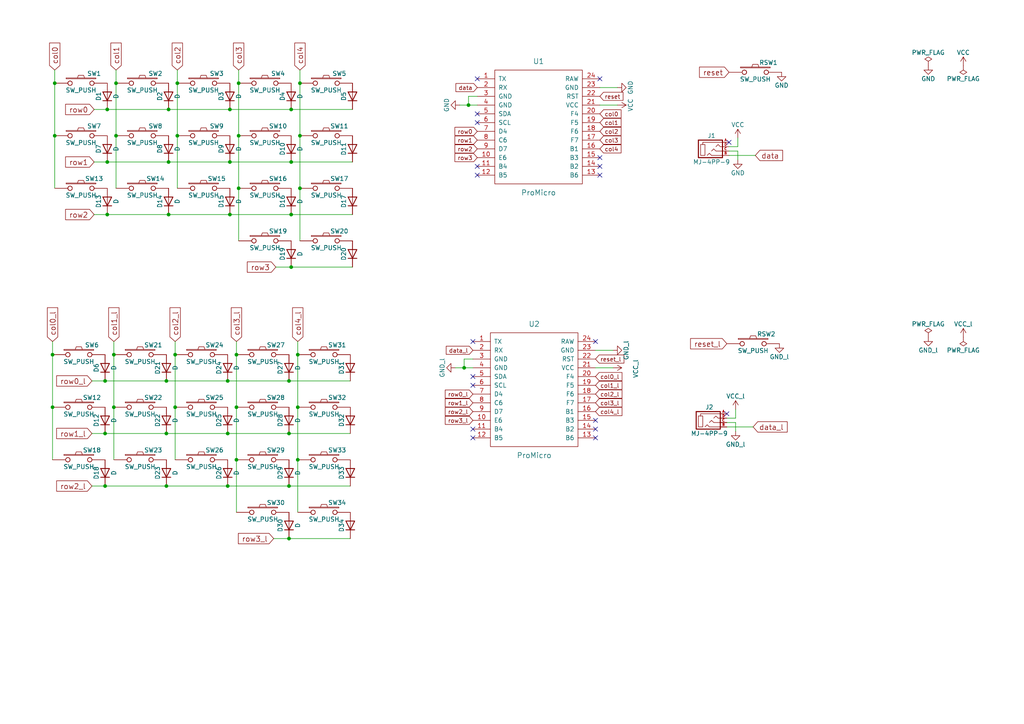
<source format=kicad_sch>
(kicad_sch (version 20231120) (generator "eeschema") (generator_version "8.0")
  (paper "A4")
  (title_block (title "sweeq") (date "2023-07-28") (rev ".1") (company "idank"))
  (lib_symbols
    (symbol "Device:D" (pin_numbers hide) (pin_names (offset 1.016) hide)
      (property "Reference" "D" (at 0 2.54 0))
      (property "Value" "D" (at 0 -2.54 0))
      (symbol "D_0_1"
        (polyline (pts (xy -1.27 1.27) (xy -1.27 -1.27)) (stroke (width 0.254)))
        (polyline (pts (xy 1.27 0) (xy -1.27 0)))
        (polyline (pts (xy 1.27 1.27) (xy 1.27 -1.27) (xy -1.27 0) (xy 1.27 1.27)) (stroke (width 0.254)))
      )
      (symbol "D_1_1"
        (pin passive line (at -3.81 0 0) (length 2.54) (name "K") (number "1"))
        (pin passive line (at 3.81 0 180) (length 2.54) (name "A") (number "2"))
      )
    )
    (symbol "chococorne-rescue:MJ-4PP-9-kbd-corne-light-rescue" (pin_names (offset 1.016))
      (property "Reference" "J" (at 0 3.81 0))
      (property "Value" "MJ-4PP-9-kbd-corne-light-rescue" (at 0 -3.81 0))
      (symbol "MJ-4PP-9-kbd-corne-light-rescue_0_1"
        (rectangle (start -1.905 -1.905) (end -3.175 1.27))
        (polyline (pts (xy -2.54 1.27) (xy -2.54 1.905) (xy 3.175 1.905)))
        (polyline (pts (xy -1.27 -1.905) (xy -0.635 -1.27) (xy 0 -1.905) (xy 3.175 -1.905)))
        (polyline (pts (xy 0 -0.635) (xy 0.635 0) (xy 1.27 -0.635) (xy 3.175 -0.635)))
        (polyline (pts (xy 1.27 0.635) (xy 1.905 1.27) (xy 2.54 0.635) (xy 3.175 0.635)))
        (rectangle (start 3.175 2.54) (end -3.81 -2.54) (stroke (width 0.3048)))
      )
      (symbol "MJ-4PP-9-kbd-corne-light-rescue_1_1"
        (pin input line (at 5.08 1.905 180) (length 2.0066) (name "~") (number "A"))
        (pin input line (at 5.08 -1.905 180) (length 2.0066) (name "~") (number "B"))
        (pin input line (at 5.08 -0.635 180) (length 2.0066) (name "~") (number "C"))
        (pin input line (at 5.08 0.635 180) (length 2.0066) (name "~") (number "D"))
      )
    )
    (symbol "chococorne-rescue:ProMicro-kbd-corne-light-rescue" (pin_names (offset 1.016))
      (property "Reference" "U" (at 0 24.13 0))
      (property "Value" "ProMicro-kbd-corne-light-rescue" (at 0 -13.97 0))
      (symbol "ProMicro-kbd-corne-light-rescue_0_1"
        (rectangle (start -12.7 21.59) (end 12.7 -11.43))
      )
      (symbol "ProMicro-kbd-corne-light-rescue_1_1"
        (pin bidirectional line (at -17.78 19.05 0) (length 5.08) (name "TX") (number "1"))
        (pin bidirectional line (at -17.78 -3.81 0) (length 5.08) (name "E6") (number "10"))
        (pin bidirectional line (at -17.78 -6.35 0) (length 5.08) (name "B4") (number "11"))
        (pin bidirectional line (at -17.78 -8.89 0) (length 5.08) (name "B5") (number "12"))
        (pin bidirectional line (at 17.78 -8.89 180) (length 5.08) (name "B6") (number "13"))
        (pin bidirectional line (at 17.78 -6.35 180) (length 5.08) (name "B2") (number "14"))
        (pin bidirectional line (at 17.78 -3.81 180) (length 5.08) (name "B3") (number "15"))
        (pin bidirectional line (at 17.78 -1.27 180) (length 5.08) (name "B1") (number "16"))
        (pin bidirectional line (at 17.78 1.27 180) (length 5.08) (name "F7") (number "17"))
        (pin bidirectional line (at 17.78 3.81 180) (length 5.08) (name "F6") (number "18"))
        (pin bidirectional line (at 17.78 6.35 180) (length 5.08) (name "F5") (number "19"))
        (pin bidirectional line (at -17.78 16.51 0) (length 5.08) (name "RX") (number "2"))
        (pin bidirectional line (at 17.78 8.89 180) (length 5.08) (name "F4") (number "20"))
        (pin power_in line (at 17.78 11.43 180) (length 5.08) (name "VCC") (number "21"))
        (pin input line (at 17.78 13.97 180) (length 5.08) (name "RST") (number "22"))
        (pin power_in line (at 17.78 16.51 180) (length 5.08) (name "GND") (number "23"))
        (pin power_out line (at 17.78 19.05 180) (length 5.08) (name "RAW") (number "24"))
        (pin power_in line (at -17.78 13.97 0) (length 5.08) (name "GND") (number "3"))
        (pin power_in line (at -17.78 11.43 0) (length 5.08) (name "GND") (number "4"))
        (pin bidirectional line (at -17.78 8.89 0) (length 5.08) (name "SDA") (number "5"))
        (pin bidirectional line (at -17.78 6.35 0) (length 5.08) (name "SCL") (number "6"))
        (pin bidirectional line (at -17.78 3.81 0) (length 5.08) (name "D4") (number "7"))
        (pin bidirectional line (at -17.78 1.27 0) (length 5.08) (name "C6") (number "8"))
        (pin bidirectional line (at -17.78 -1.27 0) (length 5.08) (name "D7") (number "9"))
      )
    )
    (symbol "chococorne-rescue:SW_PUSH-kbd-corne-light-rescue" (pin_numbers hide) (pin_names (offset 1.016) hide)
      (property "Reference" "SW" (at 3.81 2.794 0))
      (property "Value" "SW_PUSH-kbd-corne-light-rescue" (at 0 -2.032 0))
      (symbol "SW_PUSH-kbd-corne-light-rescue_0_1"
        (rectangle (start -4.318 1.27) (end 4.318 1.524))
        (polyline (pts (xy -1.016 1.524) (xy -0.762 2.286) (xy 0.762 2.286) (xy 1.016 1.524)))
        (pin passive inverted (at -7.62 0 0) (length 5.08) (name "1") (number "1"))
        (pin passive inverted (at 7.62 0 180) (length 5.08) (name "2") (number "2"))
      )
    )
    (symbol "power:GND" (power) (pin_names (offset 0))
      (property "Value" "GND" (at 0 -3.81 0))
      (symbol "GND_0_1"
        (polyline (pts (xy 0 0) (xy 0 -1.27) (xy 1.27 -1.27) (xy 0 -2.54) (xy -1.27 -1.27) (xy 0 -1.27)))
      )
      (symbol "GND_1_1"
        (pin power_in line (at 0 0 270) (length 0) hide (name "GND") (number "1"))
      )
    )
    (symbol "power:PWR_FLAG" (power) (pin_numbers hide) (pin_names (offset 0) hide)
      (property "Value" "PWR_FLAG" (at 0 3.81 0))
      (symbol "PWR_FLAG_0_0"
        (pin power_out line (at 0 0 90) (length 0) (name "pwr") (number "1"))
      )
      (symbol "PWR_FLAG_0_1"
        (polyline (pts (xy 0 0) (xy 0 1.27) (xy -1.016 1.905) (xy 0 2.54) (xy 1.016 1.905) (xy 0 1.27)))
      )
    )
    (symbol "power:VCC" (power) (pin_names (offset 0))
      (property "Value" "VCC" (at 0 3.81 0))
      (symbol "VCC_0_1"
        (polyline (pts (xy -0.762 1.27) (xy 0 2.54)))
        (polyline (pts (xy 0 0) (xy 0 2.54)))
        (polyline (pts (xy 0 2.54) (xy 0.762 1.27)))
      )
      (symbol "VCC_1_1"
        (pin power_in line (at 0 0 90) (length 0) hide (name "VCC") (number "1"))
      )
    )
  )
  (junction (at 86.36 102.87))
  (junction (at 48.895 31.75))
  (junction (at 48.895 62.23))
  (junction (at 84.455 77.47))
  (junction (at 15.24 102.87))
  (junction (at 33.655 39.37))
  (junction (at 15.875 39.37))
  (junction (at 15.875 24.13))
  (junction (at 69.215 54.61))
  (junction (at 48.26 125.73))
  (junction (at 15.24 118.11))
  (junction (at 83.82 125.73))
  (junction (at 31.115 46.99))
  (junction (at 50.8 102.87))
  (junction (at 86.36 133.35))
  (junction (at 30.48 140.97))
  (junction (at 86.36 118.11))
  (junction (at 33.655 24.13))
  (junction (at 48.26 140.97))
  (junction (at 30.48 125.73))
  (junction (at 83.82 156.21))
  (junction (at 51.435 39.37))
  (junction (at 83.82 110.49))
  (junction (at 84.455 31.75))
  (junction (at 86.995 24.13))
  (junction (at 84.455 62.23))
  (junction (at 33.02 118.11))
  (junction (at 69.215 24.13))
  (junction (at 68.58 133.35))
  (junction (at 66.675 62.23))
  (junction (at 83.82 140.97))
  (junction (at 84.455 46.99))
  (junction (at 66.675 46.99))
  (junction (at 31.115 31.75))
  (junction (at 134.62 106.68))
  (junction (at 69.215 39.37))
  (junction (at 66.04 125.73))
  (junction (at 68.58 118.11))
  (junction (at 66.04 140.97))
  (junction (at 68.58 102.87))
  (junction (at 30.48 110.49))
  (junction (at 51.435 24.13))
  (junction (at 50.8 118.11))
  (junction (at 48.26 110.49))
  (junction (at 86.995 54.61))
  (junction (at 66.04 110.49))
  (junction (at 31.115 62.23))
  (junction (at 66.675 31.75))
  (junction (at 135.89 30.48))
  (junction (at 86.995 39.37))
  (junction (at 48.895 46.99))
  (junction (at 33.02 102.87))
  (no_connect (at 172.72 121.92))
  (no_connect (at 137.16 127))
  (no_connect (at 137.16 111.76))
  (no_connect (at 137.16 99.06))
  (no_connect (at 173.99 45.72))
  (no_connect (at 172.72 127))
  (no_connect (at 138.43 35.56))
  (no_connect (at 138.43 22.86))
  (no_connect (at 211.455 41.275))
  (no_connect (at 138.43 50.8))
  (no_connect (at 172.72 99.06))
  (no_connect (at 172.72 124.46))
  (no_connect (at 173.99 48.26))
  (no_connect (at 210.82 120.015))
  (no_connect (at 138.43 33.02))
  (no_connect (at 137.16 124.46))
  (no_connect (at 137.16 109.22))
  (no_connect (at 173.99 50.8))
  (no_connect (at 138.43 48.26))
  (no_connect (at 173.99 22.86))
  (wire (pts (xy 86.36 133.35) (xy 86.36 148.59)))
  (wire (pts (xy 86.995 39.37) (xy 86.995 54.61)))
  (wire (pts (xy 15.875 20.32) (xy 15.875 24.13)))
  (wire (pts (xy 83.82 125.73) (xy 101.6 125.73)))
  (wire (pts (xy 27.305 62.23) (xy 31.115 62.23)))
  (wire (pts (xy 173.99 30.48) (xy 179.07 30.48)))
  (wire (pts (xy 68.58 99.06) (xy 68.58 102.87)))
  (wire (pts (xy 66.675 31.75) (xy 84.455 31.75)))
  (wire (pts (xy 69.215 24.13) (xy 69.215 39.37)))
  (wire (pts (xy 84.455 62.23) (xy 102.235 62.23)))
  (wire (pts (xy 133.35 30.48) (xy 135.89 30.48)))
  (wire (pts (xy 48.26 140.97) (xy 66.04 140.97)))
  (wire (pts (xy 135.89 27.94) (xy 135.89 30.48)))
  (wire (pts (xy 33.655 24.13) (xy 33.655 39.37)))
  (wire (pts (xy 213.36 121.285) (xy 213.36 118.745)))
  (wire (pts (xy 172.72 106.68) (xy 177.8 106.68)))
  (wire (pts (xy 213.36 122.555) (xy 213.36 125.095)))
  (wire (pts (xy 66.675 46.99) (xy 84.455 46.99)))
  (wire (pts (xy 69.215 54.61) (xy 69.215 69.85)))
  (wire (pts (xy 48.895 62.23) (xy 66.675 62.23)))
  (wire (pts (xy 86.995 20.32) (xy 86.995 24.13)))
  (wire (pts (xy 132.08 106.68) (xy 134.62 106.68)))
  (wire (pts (xy 51.435 20.32) (xy 51.435 24.13)))
  (wire (pts (xy 86.36 118.11) (xy 86.36 133.35)))
  (wire (pts (xy 80.01 77.47) (xy 84.455 77.47)))
  (wire (pts (xy 86.36 102.87) (xy 86.36 118.11)))
  (wire (pts (xy 30.48 125.73) (xy 48.26 125.73)))
  (wire (pts (xy 26.67 140.97) (xy 30.48 140.97)))
  (wire (pts (xy 135.89 30.48) (xy 138.43 30.48)))
  (wire (pts (xy 134.62 106.68) (xy 137.16 106.68)))
  (wire (pts (xy 31.115 31.75) (xy 48.895 31.75)))
  (wire (pts (xy 15.875 39.37) (xy 15.875 54.61)))
  (wire (pts (xy 84.455 31.75) (xy 102.235 31.75)))
  (wire (pts (xy 210.82 121.285) (xy 213.36 121.285)))
  (wire (pts (xy 31.115 62.23) (xy 48.895 62.23)))
  (wire (pts (xy 48.26 110.49) (xy 66.04 110.49)))
  (wire (pts (xy 66.04 110.49) (xy 83.82 110.49)))
  (wire (pts (xy 27.305 31.75) (xy 31.115 31.75)))
  (wire (pts (xy 66.04 125.73) (xy 83.82 125.73)))
  (wire (pts (xy 68.58 118.11) (xy 68.58 133.35)))
  (wire (pts (xy 213.995 43.815) (xy 213.995 46.355)))
  (wire (pts (xy 138.43 27.94) (xy 135.89 27.94)))
  (wire (pts (xy 83.82 110.49) (xy 101.6 110.49)))
  (wire (pts (xy 26.67 125.73) (xy 30.48 125.73)))
  (wire (pts (xy 210.82 122.555) (xy 213.36 122.555)))
  (wire (pts (xy 50.8 118.11) (xy 50.8 133.35)))
  (wire (pts (xy 66.04 140.97) (xy 83.82 140.97)))
  (wire (pts (xy 211.455 45.085) (xy 219.075 45.085)))
  (wire (pts (xy 27.305 46.99) (xy 31.115 46.99)))
  (wire (pts (xy 50.8 99.06) (xy 50.8 102.87)))
  (wire (pts (xy 15.24 118.11) (xy 15.24 133.35)))
  (wire (pts (xy 172.72 101.6) (xy 177.8 101.6)))
  (wire (pts (xy 68.58 102.87) (xy 68.58 118.11)))
  (wire (pts (xy 33.655 20.32) (xy 33.655 24.13)))
  (wire (pts (xy 33.655 39.37) (xy 33.655 54.61)))
  (wire (pts (xy 48.26 125.73) (xy 66.04 125.73)))
  (wire (pts (xy 79.375 156.21) (xy 83.82 156.21)))
  (wire (pts (xy 213.995 42.545) (xy 213.995 40.005)))
  (wire (pts (xy 33.02 99.06) (xy 33.02 102.87)))
  (wire (pts (xy 86.995 54.61) (xy 86.995 69.85)))
  (wire (pts (xy 15.875 24.13) (xy 15.875 39.37)))
  (wire (pts (xy 15.24 102.87) (xy 15.24 118.11)))
  (wire (pts (xy 15.24 99.06) (xy 15.24 102.87)))
  (wire (pts (xy 84.455 46.99) (xy 102.235 46.99)))
  (wire (pts (xy 83.82 140.97) (xy 101.6 140.97)))
  (wire (pts (xy 211.455 43.815) (xy 213.995 43.815)))
  (wire (pts (xy 33.02 118.11) (xy 33.02 133.35)))
  (wire (pts (xy 33.02 102.87) (xy 33.02 118.11)))
  (wire (pts (xy 30.48 140.97) (xy 48.26 140.97)))
  (wire (pts (xy 50.8 102.87) (xy 50.8 118.11)))
  (wire (pts (xy 51.435 24.13) (xy 51.435 39.37)))
  (wire (pts (xy 83.82 156.21) (xy 101.6 156.21)))
  (wire (pts (xy 66.675 62.23) (xy 84.455 62.23)))
  (wire (pts (xy 84.455 77.47) (xy 102.235 77.47)))
  (wire (pts (xy 68.58 133.35) (xy 68.58 148.59)))
  (wire (pts (xy 86.995 24.13) (xy 86.995 39.37)))
  (wire (pts (xy 26.67 110.49) (xy 30.48 110.49)))
  (wire (pts (xy 69.215 39.37) (xy 69.215 54.61)))
  (wire (pts (xy 48.895 31.75) (xy 66.675 31.75)))
  (wire (pts (xy 48.895 46.99) (xy 66.675 46.99)))
  (wire (pts (xy 86.36 99.06) (xy 86.36 102.87)))
  (wire (pts (xy 137.16 104.14) (xy 134.62 104.14)))
  (wire (pts (xy 51.435 39.37) (xy 51.435 54.61)))
  (wire (pts (xy 69.215 20.32) (xy 69.215 24.13)))
  (wire (pts (xy 211.455 42.545) (xy 213.995 42.545)))
  (wire (pts (xy 210.82 123.825) (xy 218.44 123.825)))
  (wire (pts (xy 173.99 25.4) (xy 179.07 25.4)))
  (wire (pts (xy 30.48 110.49) (xy 48.26 110.49)))
  (wire (pts (xy 134.62 104.14) (xy 134.62 106.68)))
  (wire (pts (xy 31.115 46.99) (xy 48.895 46.99)))
  (global_label "row2" (shape input) (at 27.305 62.23 180) (effects (font (size 1.524 1.524))) (property "Intersheetrefs" "${INTERSHEET_REFS}" (effects (hide yes))))
  (global_label "row2" (shape input) (at 138.43 43.18 180) (effects (font (size 1.1938 1.1938))) (property "Intersheetrefs" "${INTERSHEET_REFS}" (effects (hide yes))))
  (global_label "col4" (shape input) (at 173.99 43.18 0) (effects (font (size 1.1938 1.1938))) (property "Intersheetrefs" "${INTERSHEET_REFS}" (effects (hide yes))))
  (global_label "row2_l" (shape input) (at 137.16 119.38 180) (effects (font (size 1.1938 1.1938))) (property "Intersheetrefs" "${INTERSHEET_REFS}" (effects (hide yes))))
  (global_label "row2_l" (shape input) (at 26.67 140.97 180) (effects (font (size 1.524 1.524))) (property "Intersheetrefs" "${INTERSHEET_REFS}" (effects (hide yes))))
  (global_label "row1_l" (shape input) (at 137.16 116.84 180) (effects (font (size 1.1938 1.1938))) (property "Intersheetrefs" "${INTERSHEET_REFS}" (effects (hide yes))))
  (global_label "row3_l" (shape input) (at 137.16 121.92 180) (effects (font (size 1.1938 1.1938))) (property "Intersheetrefs" "${INTERSHEET_REFS}" (effects (hide yes))))
  (global_label "data_l" (shape input) (at 137.16 101.6 180) (effects (font (size 1.1938 1.1938))) (property "Intersheetrefs" "${INTERSHEET_REFS}" (effects (hide yes))))
  (global_label "col4_l" (shape input) (at 172.72 119.38 0) (effects (font (size 1.1938 1.1938))) (property "Intersheetrefs" "${INTERSHEET_REFS}" (effects (hide yes))))
  (global_label "col1" (shape input) (at 33.655 20.32 90) (effects (font (size 1.524 1.524))) (property "Intersheetrefs" "${INTERSHEET_REFS}" (effects (hide yes))))
  (global_label "data_l" (shape input) (at 218.44 123.825 0) (effects (font (size 1.524 1.524))) (property "Intersheetrefs" "${INTERSHEET_REFS}" (effects (hide yes))))
  (global_label "data" (shape input) (at 219.075 45.085 0) (effects (font (size 1.524 1.524))) (property "Intersheetrefs" "${INTERSHEET_REFS}" (effects (hide yes))))
  (global_label "col3" (shape input) (at 173.99 40.64 0) (effects (font (size 1.1938 1.1938))) (property "Intersheetrefs" "${INTERSHEET_REFS}" (effects (hide yes))))
  (global_label "reset_l" (shape input) (at 172.72 104.14 0) (effects (font (size 1.1938 1.1938))) (property "Intersheetrefs" "${INTERSHEET_REFS}" (effects (hide yes))))
  (global_label "reset_l" (shape input) (at 210.82 99.695 180) (effects (font (size 1.524 1.524))) (property "Intersheetrefs" "${INTERSHEET_REFS}" (effects (hide yes))))
  (global_label "col0_l" (shape input) (at 15.24 99.06 90) (effects (font (size 1.524 1.524))) (property "Intersheetrefs" "${INTERSHEET_REFS}" (effects (hide yes))))
  (global_label "col0_l" (shape input) (at 172.72 109.22 0) (effects (font (size 1.1938 1.1938))) (property "Intersheetrefs" "${INTERSHEET_REFS}" (effects (hide yes))))
  (global_label "row3" (shape input) (at 138.43 45.72 180) (effects (font (size 1.1938 1.1938))) (property "Intersheetrefs" "${INTERSHEET_REFS}" (effects (hide yes))))
  (global_label "row3" (shape input) (at 80.01 77.47 180) (effects (font (size 1.524 1.524))) (property "Intersheetrefs" "${INTERSHEET_REFS}" (effects (hide yes))))
  (global_label "col3_l" (shape input) (at 68.58 99.06 90) (effects (font (size 1.524 1.524))) (property "Intersheetrefs" "${INTERSHEET_REFS}" (effects (hide yes))))
  (global_label "col1_l" (shape input) (at 33.02 99.06 90) (effects (font (size 1.524 1.524))) (property "Intersheetrefs" "${INTERSHEET_REFS}" (effects (hide yes))))
  (global_label "col4_l" (shape input) (at 86.36 99.06 90) (effects (font (size 1.524 1.524))) (property "Intersheetrefs" "${INTERSHEET_REFS}" (effects (hide yes))))
  (global_label "col0" (shape input) (at 15.875 20.32 90) (effects (font (size 1.524 1.524))) (property "Intersheetrefs" "${INTERSHEET_REFS}" (effects (hide yes))))
  (global_label "row1" (shape input) (at 27.305 46.99 180) (effects (font (size 1.524 1.524))) (property "Intersheetrefs" "${INTERSHEET_REFS}" (effects (hide yes))))
  (global_label "reset" (shape input) (at 211.455 20.955 180) (effects (font (size 1.524 1.524))) (property "Intersheetrefs" "${INTERSHEET_REFS}" (effects (hide yes))))
  (global_label "row1_l" (shape input) (at 26.67 125.73 180) (effects (font (size 1.524 1.524))) (property "Intersheetrefs" "${INTERSHEET_REFS}" (effects (hide yes))))
  (global_label "col0" (shape input) (at 173.99 33.02 0) (effects (font (size 1.1938 1.1938))) (property "Intersheetrefs" "${INTERSHEET_REFS}" (effects (hide yes))))
  (global_label "col2_l" (shape input) (at 50.8 99.06 90) (effects (font (size 1.524 1.524))) (property "Intersheetrefs" "${INTERSHEET_REFS}" (effects (hide yes))))
  (global_label "col4" (shape input) (at 86.995 20.32 90) (effects (font (size 1.524 1.524))) (property "Intersheetrefs" "${INTERSHEET_REFS}" (effects (hide yes))))
  (global_label "col2" (shape input) (at 173.99 38.1 0) (effects (font (size 1.1938 1.1938))) (property "Intersheetrefs" "${INTERSHEET_REFS}" (effects (hide yes))))
  (global_label "col2_l" (shape input) (at 172.72 114.3 0) (effects (font (size 1.1938 1.1938))) (property "Intersheetrefs" "${INTERSHEET_REFS}" (effects (hide yes))))
  (global_label "row0" (shape input) (at 138.43 38.1 180) (effects (font (size 1.1938 1.1938))) (property "Intersheetrefs" "${INTERSHEET_REFS}" (effects (hide yes))))
  (global_label "row3_l" (shape input) (at 79.375 156.21 180) (effects (font (size 1.524 1.524))) (property "Intersheetrefs" "${INTERSHEET_REFS}" (effects (hide yes))))
  (global_label "col1_l" (shape input) (at 172.72 111.76 0) (effects (font (size 1.1938 1.1938))) (property "Intersheetrefs" "${INTERSHEET_REFS}" (effects (hide yes))))
  (global_label "reset" (shape input) (at 173.99 27.94 0) (effects (font (size 1.1938 1.1938))) (property "Intersheetrefs" "${INTERSHEET_REFS}" (effects (hide yes))))
  (global_label "row0" (shape input) (at 27.305 31.75 180) (effects (font (size 1.524 1.524))) (property "Intersheetrefs" "${INTERSHEET_REFS}" (effects (hide yes))))
  (global_label "data" (shape input) (at 138.43 25.4 180) (effects (font (size 1.1938 1.1938))) (property "Intersheetrefs" "${INTERSHEET_REFS}" (effects (hide yes))))
  (global_label "row1" (shape input) (at 138.43 40.64 180) (effects (font (size 1.1938 1.1938))) (property "Intersheetrefs" "${INTERSHEET_REFS}" (effects (hide yes))))
  (global_label "col1" (shape input) (at 173.99 35.56 0) (effects (font (size 1.1938 1.1938))) (property "Intersheetrefs" "${INTERSHEET_REFS}" (effects (hide yes))))
  (global_label "col2" (shape input) (at 51.435 20.32 90) (effects (font (size 1.524 1.524))) (property "Intersheetrefs" "${INTERSHEET_REFS}" (effects (hide yes))))
  (global_label "row0_l" (shape input) (at 137.16 114.3 180) (effects (font (size 1.1938 1.1938))) (property "Intersheetrefs" "${INTERSHEET_REFS}" (effects (hide yes))))
  (global_label "col3_l" (shape input) (at 172.72 116.84 0) (effects (font (size 1.1938 1.1938))) (property "Intersheetrefs" "${INTERSHEET_REFS}" (effects (hide yes))))
  (global_label "col3" (shape input) (at 69.215 20.32 90) (effects (font (size 1.524 1.524))) (property "Intersheetrefs" "${INTERSHEET_REFS}" (effects (hide yes))))
  (global_label "row0_l" (shape input) (at 26.67 110.49 180) (effects (font (size 1.524 1.524))) (property "Intersheetrefs" "${INTERSHEET_REFS}" (effects (hide yes))))
  (symbol (lib_id "chococorne-rescue:ProMicro-kbd-corne-light-rescue") (at 156.21 41.91 0) (unit 1)
    (property "Reference" "U1" (at 156.21 17.78 0) (effects (font (size 1.524 1.524))))
    (property "Value" "ProMicro" (at 156.21 55.88 0) (effects (font (size 1.524 1.524))))
    (property "Footprint" "kbd:ProMicro_v2_1side" (effects (hide yes)))
  )
  (symbol (lib_id "chococorne-rescue:SW_PUSH-kbd-corne-light-rescue") (at 41.275 24.13 0) (unit 1)
    (property "Reference" "SW2" (at 45.085 21.336 0))
    (property "Value" "SW_PUSH" (at 41.275 26.162 0))
    (property "Footprint" "keyswitches:Kailh_socket_PG1350_optional_oval_1" (effects (hide yes)))
  )
  (symbol (lib_id "Device:D") (at 48.895 27.94 90) (unit 1)
    (property "Reference" "D2" (at 46.355 27.94 0))
    (property "Value" "D" (at 51.435 27.94 0))
    (property "Footprint" "kbd:D3_SMD" (effects (hide yes)))
  )
  (symbol (lib_id "chococorne-rescue:SW_PUSH-kbd-corne-light-rescue") (at 59.055 24.13 0) (unit 1)
    (property "Reference" "SW3" (at 62.865 21.336 0))
    (property "Value" "SW_PUSH" (at 59.055 26.162 0))
    (property "Footprint" "keyswitches:Kailh_socket_PG1350_optional_oval_1" (effects (hide yes)))
  )
  (symbol (lib_id "Device:D") (at 66.675 27.94 90) (unit 1)
    (property "Reference" "D3" (at 64.135 27.94 0))
    (property "Value" "D" (at 69.215 27.94 0))
    (property "Footprint" "kbd:D3_SMD" (effects (hide yes)))
  )
  (symbol (lib_id "chococorne-rescue:SW_PUSH-kbd-corne-light-rescue") (at 76.835 24.13 0) (unit 1)
    (property "Reference" "SW4" (at 80.645 21.336 0))
    (property "Value" "SW_PUSH" (at 76.835 26.162 0))
    (property "Footprint" "keyswitches:Kailh_socket_PG1350_optional_oval_1" (effects (hide yes)))
  )
  (symbol (lib_id "chococorne-rescue:SW_PUSH-kbd-corne-light-rescue") (at 94.615 24.13 0) (unit 1)
    (property "Reference" "SW5" (at 98.425 21.336 0))
    (property "Value" "SW_PUSH" (at 94.615 26.162 0))
    (property "Footprint" "keyswitches:Kailh_socket_PG1350_optional_oval_1" (effects (hide yes)))
  )
  (symbol (lib_id "Device:D") (at 84.455 27.94 90) (unit 1)
    (property "Reference" "D4" (at 81.915 27.94 0))
    (property "Value" "D" (at 86.995 27.94 0))
    (property "Footprint" "kbd:D3_SMD" (effects (hide yes)))
  )
  (symbol (lib_id "Device:D") (at 102.235 27.94 90) (unit 1)
    (property "Reference" "D5" (at 99.695 27.94 0))
    (property "Value" "D" (effects (hide yes)))
    (property "Footprint" "kbd:D3_SMD" (effects (hide yes)))
  )
  (symbol (lib_id "chococorne-rescue:SW_PUSH-kbd-corne-light-rescue") (at 23.495 24.13 0) (unit 1)
    (property "Reference" "SW1" (at 27.305 21.336 0))
    (property "Value" "SW_PUSH" (at 23.495 26.162 0))
    (property "Footprint" "keyswitches:Kailh_socket_PG1350_optional_oval_1" (effects (hide yes)))
  )
  (symbol (lib_id "Device:D") (at 31.115 27.94 90) (unit 1)
    (property "Reference" "D1" (at 28.575 27.94 0))
    (property "Value" "D" (at 33.655 27.94 0))
    (property "Footprint" "kbd:D3_SMD" (effects (hide yes)))
  )
  (symbol (lib_id "chococorne-rescue:SW_PUSH-kbd-corne-light-rescue") (at 41.275 39.37 0) (unit 1)
    (property "Reference" "SW8" (at 45.085 36.576 0))
    (property "Value" "SW_PUSH" (at 41.275 41.402 0))
    (property "Footprint" "keyswitches:Kailh_socket_PG1350_optional_oval_1" (effects (hide yes)))
  )
  (symbol (lib_id "Device:D") (at 48.895 43.18 90) (unit 1)
    (property "Reference" "D8" (at 46.355 43.18 0))
    (property "Value" "D" (at 51.435 43.18 0))
    (property "Footprint" "kbd:D3_SMD" (effects (hide yes)))
  )
  (symbol (lib_id "chococorne-rescue:SW_PUSH-kbd-corne-light-rescue") (at 59.055 39.37 0) (unit 1)
    (property "Reference" "SW9" (at 62.865 36.576 0))
    (property "Value" "SW_PUSH" (at 59.055 41.402 0))
    (property "Footprint" "keyswitches:Kailh_socket_PG1350_optional_oval_1" (effects (hide yes)))
  )
  (symbol (lib_id "Device:D") (at 66.675 43.18 90) (unit 1)
    (property "Reference" "D9" (at 64.135 43.18 0))
    (property "Value" "D" (at 69.215 43.18 0))
    (property "Footprint" "kbd:D3_SMD" (effects (hide yes)))
  )
  (symbol (lib_id "chococorne-rescue:SW_PUSH-kbd-corne-light-rescue") (at 76.835 39.37 0) (unit 1)
    (property "Reference" "SW10" (at 80.645 36.576 0))
    (property "Value" "SW_PUSH" (at 76.835 41.402 0))
    (property "Footprint" "keyswitches:Kailh_socket_PG1350_optional_oval_1" (effects (hide yes)))
  )
  (symbol (lib_id "chococorne-rescue:SW_PUSH-kbd-corne-light-rescue") (at 94.615 39.37 0) (unit 1)
    (property "Reference" "SW11" (at 98.425 36.576 0))
    (property "Value" "SW_PUSH" (at 94.615 41.402 0))
    (property "Footprint" "keyswitches:Kailh_socket_PG1350_optional_oval_1" (effects (hide yes)))
  )
  (symbol (lib_id "Device:D") (at 84.455 43.18 90) (unit 1)
    (property "Reference" "D10" (at 81.915 43.18 0))
    (property "Value" "D" (at 86.995 43.18 0))
    (property "Footprint" "kbd:D3_SMD" (effects (hide yes)))
  )
  (symbol (lib_id "Device:D") (at 102.235 43.18 90) (unit 1)
    (property "Reference" "D11" (at 99.695 43.18 0))
    (property "Value" "D" (effects (hide yes)))
    (property "Footprint" "kbd:D3_SMD" (effects (hide yes)))
  )
  (symbol (lib_id "chococorne-rescue:SW_PUSH-kbd-corne-light-rescue") (at 23.495 39.37 0) (unit 1)
    (property "Reference" "SW7" (at 27.305 36.576 0))
    (property "Value" "SW_PUSH" (at 23.495 41.402 0))
    (property "Footprint" "keyswitches:Kailh_socket_PG1350_optional_oval_1" (effects (hide yes)))
  )
  (symbol (lib_id "Device:D") (at 31.115 43.18 90) (unit 1)
    (property "Reference" "D7" (at 28.575 43.18 0))
    (property "Value" "D" (at 33.655 43.18 0))
    (property "Footprint" "kbd:D3_SMD" (effects (hide yes)))
  )
  (symbol (lib_id "chococorne-rescue:SW_PUSH-kbd-corne-light-rescue") (at 41.275 54.61 0) (unit 1)
    (property "Reference" "SW14" (at 45.085 51.816 0))
    (property "Value" "SW_PUSH" (at 41.275 56.642 0))
    (property "Footprint" "keyswitches:Kailh_socket_PG1350_optional_oval_1" (effects (hide yes)))
  )
  (symbol (lib_id "Device:D") (at 48.895 58.42 90) (unit 1)
    (property "Reference" "D14" (at 46.355 58.42 0))
    (property "Value" "D" (at 51.435 58.42 0))
    (property "Footprint" "kbd:D3_SMD" (effects (hide yes)))
  )
  (symbol (lib_id "chococorne-rescue:SW_PUSH-kbd-corne-light-rescue") (at 59.055 54.61 0) (unit 1)
    (property "Reference" "SW15" (at 62.865 51.816 0))
    (property "Value" "SW_PUSH" (at 59.055 56.642 0))
    (property "Footprint" "keyswitches:Kailh_socket_PG1350_optional_oval_1" (effects (hide yes)))
  )
  (symbol (lib_id "Device:D") (at 66.675 58.42 90) (unit 1)
    (property "Reference" "D15" (at 64.135 58.42 0))
    (property "Value" "D" (at 69.215 58.42 0))
    (property "Footprint" "kbd:D3_SMD" (effects (hide yes)))
  )
  (symbol (lib_id "chococorne-rescue:SW_PUSH-kbd-corne-light-rescue") (at 76.835 54.61 0) (unit 1)
    (property "Reference" "SW16" (at 80.645 51.816 0))
    (property "Value" "SW_PUSH" (at 76.835 56.642 0))
    (property "Footprint" "keyswitches:Kailh_socket_PG1350_optional_oval_1" (effects (hide yes)))
  )
  (symbol (lib_id "chococorne-rescue:SW_PUSH-kbd-corne-light-rescue") (at 94.615 54.61 0) (unit 1)
    (property "Reference" "SW17" (at 98.425 51.816 0))
    (property "Value" "SW_PUSH" (at 94.615 56.642 0))
    (property "Footprint" "keyswitches:Kailh_socket_PG1350_optional_oval_1" (effects (hide yes)))
  )
  (symbol (lib_id "Device:D") (at 84.455 58.42 90) (unit 1)
    (property "Reference" "D16" (at 81.915 58.42 0))
    (property "Value" "D" (at 86.995 58.42 0))
    (property "Footprint" "kbd:D3_SMD" (effects (hide yes)))
  )
  (symbol (lib_id "Device:D") (at 102.235 58.42 90) (unit 1)
    (property "Reference" "D17" (at 99.695 58.42 0))
    (property "Value" "D" (effects (hide yes)))
    (property "Footprint" "kbd:D3_SMD" (effects (hide yes)))
  )
  (symbol (lib_id "chococorne-rescue:SW_PUSH-kbd-corne-light-rescue") (at 23.495 54.61 0) (unit 1)
    (property "Reference" "SW13" (at 27.305 51.816 0))
    (property "Value" "SW_PUSH" (at 23.495 56.642 0))
    (property "Footprint" "keyswitches:Kailh_socket_PG1350_optional_oval_1" (effects (hide yes)))
  )
  (symbol (lib_id "Device:D") (at 31.115 58.42 90) (unit 1)
    (property "Reference" "D13" (at 28.575 58.42 0))
    (property "Value" "D" (at 33.655 58.42 0))
    (property "Footprint" "kbd:D3_SMD" (effects (hide yes)))
  )
  (symbol (lib_id "chococorne-rescue:SW_PUSH-kbd-corne-light-rescue") (at 94.615 69.85 0) (unit 1)
    (property "Reference" "SW20" (at 98.425 67.056 0))
    (property "Value" "SW_PUSH" (at 94.615 71.882 0))
    (property "Footprint" "keyswitches:Kailh_socket_PG1350_optional_oval_1" (effects (hide yes)))
  )
  (symbol (lib_id "Device:D") (at 102.235 73.66 90) (unit 1)
    (property "Reference" "D20" (at 99.695 73.66 0))
    (property "Value" "D" (effects (hide yes)))
    (property "Footprint" "kbd:D3_SMD" (effects (hide yes)))
  )
  (symbol (lib_id "chococorne-rescue:SW_PUSH-kbd-corne-light-rescue") (at 76.835 69.85 0) (unit 1)
    (property "Reference" "SW19" (at 80.645 67.056 0))
    (property "Value" "SW_PUSH" (at 76.835 71.882 0))
    (property "Footprint" "keyswitches:Kailh_socket_PG1350_optional_oval_1" (effects (hide yes)))
  )
  (symbol (lib_id "Device:D") (at 84.455 73.66 90) (unit 1)
    (property "Reference" "D19" (at 81.915 73.66 0))
    (property "Value" "D" (at 86.995 73.66 0))
    (property "Footprint" "kbd:D3_SMD" (effects (hide yes)))
  )
  (symbol (lib_id "power:GND") (at 179.07 25.4 90) (unit 1)
    (property "Reference" "#PWR03" (effects (hide yes)))
    (property "Value" "GND" (at 182.88 25.4 0))
  )
  (symbol (lib_id "power:VCC") (at 179.07 30.48 270) (unit 1)
    (property "Reference" "#PWR05" (effects (hide yes)))
    (property "Value" "VCC" (at 182.88 30.48 0))
  )
  (symbol (lib_id "power:GND") (at 133.35 30.48 270) (unit 1)
    (property "Reference" "#PWR04" (effects (hide yes)))
    (property "Value" "GND" (at 129.54 30.48 0))
  )
  (symbol (lib_id "power:GND") (at 269.24 19.05 0) (unit 1)
    (property "Reference" "#PWR01" (effects (hide yes)))
    (property "Value" "GND" (at 269.24 22.86 0))
  )
  (symbol (lib_id "power:VCC") (at 279.4 19.05 0) (unit 1)
    (property "Reference" "#PWR02" (effects (hide yes)))
    (property "Value" "VCC" (at 279.4 15.24 0))
  )
  (symbol (lib_id "power:PWR_FLAG") (at 279.4 19.05 180) (unit 1)
    (property "Reference" "#FLG02" (effects (hide yes)))
    (property "Value" "PWR_FLAG" (at 279.4 22.86 0))
  )
  (symbol (lib_id "power:PWR_FLAG") (at 269.24 19.05 0) (unit 1)
    (property "Reference" "#FLG01" (effects (hide yes)))
    (property "Value" "PWR_FLAG" (at 269.24 15.24 0))
  )
  (symbol (lib_id "chococorne-rescue:SW_PUSH-kbd-corne-light-rescue") (at 219.075 20.955 0) (unit 1)
    (property "Reference" "RSW1" (at 222.885 18.161 0))
    (property "Value" "SW_PUSH" (at 219.075 22.987 0))
    (property "Footprint" "kbd:ResetSW_1side" (effects (hide yes)))
  )
  (symbol (lib_id "power:GND") (at 226.695 20.955 0) (unit 1)
    (property "Reference" "#PWR07" (effects (hide yes)))
    (property "Value" "GND" (at 226.695 24.765 0))
  )
  (symbol (lib_id "power:VCC") (at 213.995 40.005 0) (unit 1)
    (property "Reference" "#PWR06" (effects (hide yes)))
    (property "Value" "VCC" (at 213.995 36.195 0))
  )
  (symbol (lib_id "power:GND") (at 213.995 46.355 0) (unit 1)
    (property "Reference" "#PWR08" (effects (hide yes)))
    (property "Value" "GND" (at 213.995 50.165 0))
  )
  (symbol (lib_id "chococorne-rescue:MJ-4PP-9-kbd-corne-light-rescue") (at 206.375 43.18 0) (unit 1)
    (property "Reference" "J1" (at 206.375 39.37 0))
    (property "Value" "MJ-4PP-9" (at 206.375 46.99 0))
    (property "Footprint" "kbd:MJ-4PP-9_1side" (effects (hide yes)))
  )
  (symbol (lib_id "chococorne-rescue:SW_PUSH-kbd-corne-light-rescue") (at 76.2 148.59 0) (unit 1)
    (property "Reference" "SW30" (at 80.01 145.796 0))
    (property "Value" "SW_PUSH" (at 76.2 150.622 0))
    (property "Footprint" "keyswitches:Kailh_socket_PG1350_optional_oval_1" (effects (hide yes)))
  )
  (symbol (lib_id "chococorne-rescue:SW_PUSH-kbd-corne-light-rescue") (at 76.2 133.35 0) (unit 1)
    (property "Reference" "SW29" (at 80.01 130.556 0))
    (property "Value" "SW_PUSH" (at 76.2 135.382 0))
    (property "Footprint" "keyswitches:Kailh_socket_PG1350_optional_oval_1" (effects (hide yes)))
  )
  (symbol (lib_id "Device:D") (at 101.6 137.16 90) (unit 1)
    (property "Reference" "D33" (at 99.06 137.16 0))
    (property "Value" "D" (effects (hide yes)))
    (property "Footprint" "kbd:D3_SMD" (effects (hide yes)))
  )
  (symbol (lib_id "power:VCC") (at 213.36 118.745 0) (unit 1)
    (property "Reference" "#PWR012" (effects (hide yes)))
    (property "Value" "VCC_l" (at 213.36 114.935 0))
  )
  (symbol (lib_id "chococorne-rescue:SW_PUSH-kbd-corne-light-rescue") (at 58.42 102.87 0) (unit 1)
    (property "Reference" "SW24" (at 62.23 100.076 0))
    (property "Value" "SW_PUSH" (at 58.42 104.902 0))
    (property "Footprint" "keyswitches:Kailh_socket_PG1350_optional_oval_1" (effects (hide yes)))
  )
  (symbol (lib_id "Device:D") (at 101.6 106.68 90) (unit 1)
    (property "Reference" "D31" (at 99.06 106.68 0))
    (property "Value" "D" (effects (hide yes)))
    (property "Footprint" "kbd:D3_SMD" (effects (hide yes)))
  )
  (symbol (lib_id "Device:D") (at 83.82 137.16 90) (unit 1)
    (property "Reference" "D29" (at 81.28 137.16 0))
    (property "Value" "D" (at 86.36 137.16 0))
    (property "Footprint" "kbd:D3_SMD" (effects (hide yes)))
  )
  (symbol (lib_id "chococorne-rescue:SW_PUSH-kbd-corne-light-rescue") (at 58.42 118.11 0) (unit 1)
    (property "Reference" "SW25" (at 62.23 115.316 0))
    (property "Value" "SW_PUSH" (at 58.42 120.142 0))
    (property "Footprint" "keyswitches:Kailh_socket_PG1350_optional_oval_1" (effects (hide yes)))
  )
  (symbol (lib_id "chococorne-rescue:SW_PUSH-kbd-corne-light-rescue") (at 76.2 118.11 0) (unit 1)
    (property "Reference" "SW28" (at 80.01 115.316 0))
    (property "Value" "SW_PUSH" (at 76.2 120.142 0))
    (property "Footprint" "keyswitches:Kailh_socket_PG1350_optional_oval_1" (effects (hide yes)))
  )
  (symbol (lib_id "power:PWR_FLAG") (at 279.4 97.79 180) (unit 1)
    (property "Reference" "#FLG04" (effects (hide yes)))
    (property "Value" "PWR_FLAG" (at 279.4 101.6 0))
  )
  (symbol (lib_id "Device:D") (at 83.82 106.68 90) (unit 1)
    (property "Reference" "D27" (at 81.28 106.68 0))
    (property "Value" "D" (at 86.36 106.68 0))
    (property "Footprint" "kbd:D3_SMD" (effects (hide yes)))
  )
  (symbol (lib_id "chococorne-rescue:ProMicro-kbd-corne-light-rescue") (at 154.94 118.11 0) (unit 1)
    (property "Reference" "U2" (at 154.94 93.98 0) (effects (font (size 1.524 1.524))))
    (property "Value" "ProMicro" (at 154.94 132.08 0) (effects (font (size 1.524 1.524))))
    (property "Footprint" "kbd:ProMicro_v2_1side" (effects (hide yes)))
  )
  (symbol (lib_id "power:GND") (at 132.08 106.68 270) (unit 1)
    (property "Reference" "#PWR09" (effects (hide yes)))
    (property "Value" "GND_l" (at 128.27 106.68 0))
  )
  (symbol (lib_id "Device:D") (at 101.6 152.4 90) (unit 1)
    (property "Reference" "D34" (at 99.06 152.4 0))
    (property "Value" "D" (effects (hide yes)))
    (property "Footprint" "kbd:D3_SMD" (effects (hide yes)))
  )
  (symbol (lib_id "Device:D") (at 66.04 106.68 90) (unit 1)
    (property "Reference" "D24" (at 63.5 106.68 0))
    (property "Value" "D" (at 68.58 106.68 0))
    (property "Footprint" "kbd:D3_SMD" (effects (hide yes)))
  )
  (symbol (lib_id "power:GND") (at 226.06 99.695 0) (unit 1)
    (property "Reference" "#PWR014" (effects (hide yes)))
    (property "Value" "GND_l" (at 226.06 103.505 0))
  )
  (symbol (lib_id "chococorne-rescue:MJ-4PP-9-kbd-corne-light-rescue") (at 205.74 121.92 0) (unit 1)
    (property "Reference" "J2" (at 205.74 118.11 0))
    (property "Value" "MJ-4PP-9" (at 205.74 125.73 0))
    (property "Footprint" "kbd:MJ-4PP-9_1side" (effects (hide yes)))
  )
  (symbol (lib_id "chococorne-rescue:SW_PUSH-kbd-corne-light-rescue") (at 40.64 102.87 0) (unit 1)
    (property "Reference" "SW21" (at 44.45 100.076 0))
    (property "Value" "SW_PUSH" (at 40.64 104.902 0))
    (property "Footprint" "keyswitches:Kailh_socket_PG1350_optional_oval_1" (effects (hide yes)))
  )
  (symbol (lib_id "Device:D") (at 30.48 137.16 90) (unit 1)
    (property "Reference" "D18" (at 27.94 137.16 0))
    (property "Value" "D" (at 33.02 137.16 0))
    (property "Footprint" "kbd:D3_SMD" (effects (hide yes)))
  )
  (symbol (lib_id "power:VCC") (at 177.8 106.68 270) (unit 1)
    (property "Reference" "#PWR011" (effects (hide yes)))
    (property "Value" "VCC_l" (at 184.404 106.934 0))
  )
  (symbol (lib_id "chococorne-rescue:SW_PUSH-kbd-corne-light-rescue") (at 22.86 133.35 0) (unit 1)
    (property "Reference" "SW18" (at 26.67 130.556 0))
    (property "Value" "SW_PUSH" (at 22.86 135.382 0))
    (property "Footprint" "keyswitches:Kailh_socket_PG1350_optional_oval_1" (effects (hide yes)))
  )
  (symbol (lib_id "chococorne-rescue:SW_PUSH-kbd-corne-light-rescue") (at 40.64 118.11 0) (unit 1)
    (property "Reference" "SW22" (at 44.45 115.316 0))
    (property "Value" "SW_PUSH" (at 40.64 120.142 0))
    (property "Footprint" "keyswitches:Kailh_socket_PG1350_optional_oval_1" (effects (hide yes)))
  )
  (symbol (lib_id "Device:D") (at 48.26 106.68 90) (unit 1)
    (property "Reference" "D21" (at 45.72 106.68 0))
    (property "Value" "D" (at 50.8 106.68 0))
    (property "Footprint" "kbd:D3_SMD" (effects (hide yes)))
  )
  (symbol (lib_id "chococorne-rescue:SW_PUSH-kbd-corne-light-rescue") (at 22.86 102.87 0) (unit 1)
    (property "Reference" "SW6" (at 26.67 100.076 0))
    (property "Value" "SW_PUSH" (at 22.86 104.902 0))
    (property "Footprint" "keyswitches:Kailh_socket_PG1350_optional_oval_1" (effects (hide yes)))
  )
  (symbol (lib_id "chococorne-rescue:SW_PUSH-kbd-corne-light-rescue") (at 58.42 133.35 0) (unit 1)
    (property "Reference" "SW26" (at 62.23 130.556 0))
    (property "Value" "SW_PUSH" (at 58.42 135.382 0))
    (property "Footprint" "keyswitches:Kailh_socket_PG1350_optional_oval_1" (effects (hide yes)))
  )
  (symbol (lib_id "Device:D") (at 66.04 137.16 90) (unit 1)
    (property "Reference" "D26" (at 63.5 137.16 0))
    (property "Value" "D" (at 68.58 137.16 0))
    (property "Footprint" "kbd:D3_SMD" (effects (hide yes)))
  )
  (symbol (lib_id "Device:D") (at 30.48 106.68 90) (unit 1)
    (property "Reference" "D6" (at 27.94 106.68 0))
    (property "Value" "D" (at 33.02 106.68 0))
    (property "Footprint" "kbd:D3_SMD" (effects (hide yes)))
  )
  (symbol (lib_id "Device:D") (at 30.48 121.92 90) (unit 1)
    (property "Reference" "D12" (at 27.94 121.92 0))
    (property "Value" "D" (at 33.02 121.92 0))
    (property "Footprint" "kbd:D3_SMD" (effects (hide yes)))
  )
  (symbol (lib_id "chococorne-rescue:SW_PUSH-kbd-corne-light-rescue") (at 93.98 102.87 0) (unit 1)
    (property "Reference" "SW31" (at 97.79 100.076 0))
    (property "Value" "SW_PUSH" (at 93.98 104.902 0))
    (property "Footprint" "keyswitches:Kailh_socket_PG1350_optional_oval_1" (effects (hide yes)))
  )
  (symbol (lib_id "chococorne-rescue:SW_PUSH-kbd-corne-light-rescue") (at 76.2 102.87 0) (unit 1)
    (property "Reference" "SW27" (at 80.01 100.076 0))
    (property "Value" "SW_PUSH" (at 76.2 104.902 0))
    (property "Footprint" "keyswitches:Kailh_socket_PG1350_optional_oval_1" (effects (hide yes)))
  )
  (symbol (lib_id "Device:D") (at 66.04 121.92 90) (unit 1)
    (property "Reference" "D25" (at 63.5 121.92 0))
    (property "Value" "D" (at 68.58 121.92 0))
    (property "Footprint" "kbd:D3_SMD" (effects (hide yes)))
  )
  (symbol (lib_id "chococorne-rescue:SW_PUSH-kbd-corne-light-rescue") (at 22.86 118.11 0) (unit 1)
    (property "Reference" "SW12" (at 26.67 115.316 0))
    (property "Value" "SW_PUSH" (at 22.86 120.142 0))
    (property "Footprint" "keyswitches:Kailh_socket_PG1350_optional_oval_1" (effects (hide yes)))
  )
  (symbol (lib_id "Device:D") (at 83.82 152.4 90) (unit 1)
    (property "Reference" "D30" (at 81.28 152.4 0))
    (property "Value" "D" (at 86.36 152.4 0))
    (property "Footprint" "kbd:D3_SMD" (effects (hide yes)))
  )
  (symbol (lib_id "power:GND") (at 269.24 97.79 0) (unit 1)
    (property "Reference" "#PWR015" (effects (hide yes)))
    (property "Value" "GND_l" (at 269.24 101.6 0))
  )
  (symbol (lib_id "power:VCC") (at 279.4 97.79 0) (unit 1)
    (property "Reference" "#PWR016" (effects (hide yes)))
    (property "Value" "VCC_l" (at 279.4 93.98 0))
  )
  (symbol (lib_id "power:GND") (at 213.36 125.095 0) (unit 1)
    (property "Reference" "#PWR013" (effects (hide yes)))
    (property "Value" "GND_l" (at 213.36 128.905 0))
  )
  (symbol (lib_id "Device:D") (at 101.6 121.92 90) (unit 1)
    (property "Reference" "D32" (at 99.06 121.92 0))
    (property "Value" "D" (effects (hide yes)))
    (property "Footprint" "kbd:D3_SMD" (effects (hide yes)))
  )
  (symbol (lib_id "power:GND") (at 177.8 101.6 90) (unit 1)
    (property "Reference" "#PWR010" (effects (hide yes)))
    (property "Value" "GND_l" (at 181.61 101.6 0))
  )
  (symbol (lib_id "chococorne-rescue:SW_PUSH-kbd-corne-light-rescue") (at 93.98 118.11 0) (unit 1)
    (property "Reference" "SW32" (at 97.79 115.316 0))
    (property "Value" "SW_PUSH" (at 93.98 120.142 0))
    (property "Footprint" "keyswitches:Kailh_socket_PG1350_optional_oval_1" (effects (hide yes)))
  )
  (symbol (lib_id "chococorne-rescue:SW_PUSH-kbd-corne-light-rescue") (at 40.64 133.35 0) (unit 1)
    (property "Reference" "SW23" (at 44.45 130.556 0))
    (property "Value" "SW_PUSH" (at 40.64 135.382 0))
    (property "Footprint" "keyswitches:Kailh_socket_PG1350_optional_oval_1" (effects (hide yes)))
  )
  (symbol (lib_id "Device:D") (at 48.26 137.16 90) (unit 1)
    (property "Reference" "D23" (at 45.72 137.16 0))
    (property "Value" "D" (at 50.8 137.16 0))
    (property "Footprint" "kbd:D3_SMD" (effects (hide yes)))
  )
  (symbol (lib_id "chococorne-rescue:SW_PUSH-kbd-corne-light-rescue") (at 218.44 99.695 0) (unit 1)
    (property "Reference" "RSW2" (at 222.25 96.901 0))
    (property "Value" "SW_PUSH" (at 218.44 101.727 0))
    (property "Footprint" "kbd:ResetSW_1side" (effects (hide yes)))
  )
  (symbol (lib_id "Device:D") (at 83.82 121.92 90) (unit 1)
    (property "Reference" "D28" (at 81.28 121.92 0))
    (property "Value" "D" (at 86.36 121.92 0))
    (property "Footprint" "kbd:D3_SMD" (effects (hide yes)))
  )
  (symbol (lib_id "chococorne-rescue:SW_PUSH-kbd-corne-light-rescue") (at 93.98 133.35 0) (unit 1)
    (property "Reference" "SW33" (at 97.79 130.556 0))
    (property "Value" "SW_PUSH" (at 93.98 135.382 0))
    (property "Footprint" "keyswitches:Kailh_socket_PG1350_optional_oval_1" (effects (hide yes)))
  )
  (symbol (lib_id "Device:D") (at 48.26 121.92 90) (unit 1)
    (property "Reference" "D22" (at 45.72 121.92 0))
    (property "Value" "D" (at 50.8 121.92 0))
    (property "Footprint" "kbd:D3_SMD" (effects (hide yes)))
  )
  (symbol (lib_id "chococorne-rescue:SW_PUSH-kbd-corne-light-rescue") (at 93.98 148.59 0) (unit 1)
    (property "Reference" "SW34" (at 97.79 145.796 0))
    (property "Value" "SW_PUSH" (at 93.98 150.622 0))
    (property "Footprint" "keyswitches:Kailh_socket_PG1350_optional_oval_1" (effects (hide yes)))
  )
  (symbol (lib_id "power:PWR_FLAG") (at 269.24 97.79 0) (unit 1)
    (property "Reference" "#FLG03" (effects (hide yes)))
    (property "Value" "PWR_FLAG" (at 269.24 93.98 0))
  )
)
</source>
